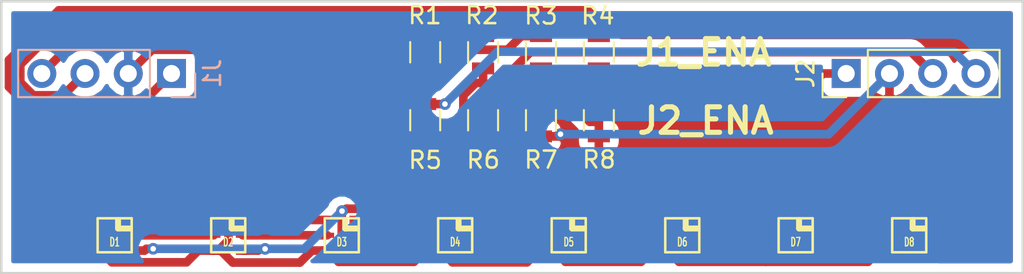
<source format=kicad_pcb>
(kicad_pcb (version 4) (host pcbnew 4.0.6)

  (general
    (links 44)
    (no_connects 0)
    (area 99.924999 99.924999 160.075001 116.075001)
    (thickness 1.6)
    (drawings 6)
    (tracks 175)
    (zones 0)
    (modules 18)
    (nets 29)
  )

  (page A4)
  (layers
    (0 F.Cu signal)
    (31 B.Cu signal)
    (34 B.Paste user)
    (35 F.Paste user)
    (36 B.SilkS user)
    (37 F.SilkS user)
    (38 B.Mask user)
    (39 F.Mask user)
    (44 Edge.Cuts user)
  )

  (setup
    (last_trace_width 0.508)
    (user_trace_width 0.1524)
    (user_trace_width 0.508)
    (trace_clearance 0.1524)
    (zone_clearance 0.508)
    (zone_45_only no)
    (trace_min 0.1524)
    (segment_width 0.2)
    (edge_width 0.15)
    (via_size 0.6858)
    (via_drill 0.3302)
    (via_min_size 0.6858)
    (via_min_drill 0.3302)
    (uvia_size 0.6858)
    (uvia_drill 0.3302)
    (uvias_allowed no)
    (uvia_min_size 0)
    (uvia_min_drill 0)
    (pcb_text_width 0.3)
    (pcb_text_size 1.5 1.5)
    (mod_edge_width 0.15)
    (mod_text_size 1 1)
    (mod_text_width 0.15)
    (pad_size 1.7 1.7)
    (pad_drill 1)
    (pad_to_mask_clearance 0.0508)
    (aux_axis_origin 0 0)
    (visible_elements FFFFFF7F)
    (pcbplotparams
      (layerselection 0x00030_80000001)
      (usegerberextensions false)
      (excludeedgelayer true)
      (linewidth 0.100000)
      (plotframeref false)
      (viasonmask false)
      (mode 1)
      (useauxorigin false)
      (hpglpennumber 1)
      (hpglpenspeed 20)
      (hpglpendiameter 15)
      (hpglpenoverlay 2)
      (psnegative false)
      (psa4output false)
      (plotreference true)
      (plotvalue true)
      (plotinvisibletext false)
      (padsonsilk false)
      (subtractmaskfromsilk false)
      (outputformat 1)
      (mirror false)
      (drillshape 1)
      (scaleselection 1)
      (outputdirectory ""))
  )

  (net 0 "")
  (net 1 "Net-(D1-Pad2)")
  (net 2 "Net-(D1-Pad3)")
  (net 3 "Net-(D1-Pad4)")
  (net 4 "Net-(D1-Pad5)")
  (net 5 "Net-(D1-Pad6)")
  (net 6 "Net-(D1-Pad1)")
  (net 7 "Net-(D2-Pad6)")
  (net 8 "Net-(D2-Pad1)")
  (net 9 "Net-(D3-Pad6)")
  (net 10 "Net-(D3-Pad1)")
  (net 11 "Net-(D4-Pad6)")
  (net 12 "Net-(D4-Pad1)")
  (net 13 "Net-(D5-Pad6)")
  (net 14 "Net-(D5-Pad1)")
  (net 15 "Net-(D6-Pad6)")
  (net 16 "Net-(D6-Pad1)")
  (net 17 "Net-(D7-Pad6)")
  (net 18 "Net-(D7-Pad1)")
  (net 19 "Net-(D8-Pad6)")
  (net 20 "Net-(D8-Pad1)")
  (net 21 "Net-(J1-Pad1)")
  (net 22 "Net-(J1-Pad2)")
  (net 23 "Net-(J1-Pad3)")
  (net 24 "Net-(J1-Pad4)")
  (net 25 "Net-(J2-Pad1)")
  (net 26 "Net-(J2-Pad2)")
  (net 27 "Net-(J2-Pad3)")
  (net 28 "Net-(J2-Pad4)")

  (net_class Default "This is the default net class."
    (clearance 0.1524)
    (trace_width 0.508)
    (via_dia 0.6858)
    (via_drill 0.3302)
    (uvia_dia 0.6858)
    (uvia_drill 0.3302)
    (add_net "Net-(D1-Pad1)")
    (add_net "Net-(D1-Pad2)")
    (add_net "Net-(D1-Pad3)")
    (add_net "Net-(D1-Pad4)")
    (add_net "Net-(D1-Pad5)")
    (add_net "Net-(D1-Pad6)")
    (add_net "Net-(D2-Pad1)")
    (add_net "Net-(D2-Pad6)")
    (add_net "Net-(D3-Pad1)")
    (add_net "Net-(D3-Pad6)")
    (add_net "Net-(D4-Pad1)")
    (add_net "Net-(D4-Pad6)")
    (add_net "Net-(D5-Pad1)")
    (add_net "Net-(D5-Pad6)")
    (add_net "Net-(D6-Pad1)")
    (add_net "Net-(D6-Pad6)")
    (add_net "Net-(D7-Pad1)")
    (add_net "Net-(D7-Pad6)")
    (add_net "Net-(D8-Pad1)")
    (add_net "Net-(D8-Pad6)")
    (add_net "Net-(J1-Pad1)")
    (add_net "Net-(J1-Pad2)")
    (add_net "Net-(J1-Pad3)")
    (add_net "Net-(J1-Pad4)")
    (add_net "Net-(J2-Pad1)")
    (add_net "Net-(J2-Pad2)")
    (add_net "Net-(J2-Pad3)")
    (add_net "Net-(J2-Pad4)")
  )

  (module gsg-modules:APA102-2020 (layer F.Cu) (tedit 5A277708) (tstamp 5D09A341)
    (at 106.66 113.77)
    (path /5D03FE50)
    (fp_text reference D1 (at 0 0.4) (layer F.SilkS)
      (effects (font (size 0.50038 0.29972) (thickness 0.07493)))
    )
    (fp_text value APA102 (at 0 0.4) (layer F.SilkS) hide
      (effects (font (size 0.50038 0.29972) (thickness 0.0762)))
    )
    (fp_line (start 0.9 -0.4) (end 0.2 -0.4) (layer F.SilkS) (width 0.35))
    (fp_line (start 0.2 -0.4) (end 0.2 -0.9) (layer F.SilkS) (width 0.35))
    (fp_line (start -1 -1) (end 1 -1) (layer F.SilkS) (width 0.15))
    (fp_line (start 1 -1) (end 1 1) (layer F.SilkS) (width 0.15))
    (fp_line (start 1 1) (end -1 1) (layer F.SilkS) (width 0.15))
    (fp_line (start -1 1) (end -1 -1) (layer F.SilkS) (width 0.15))
    (pad 2 smd rect (at -0.85 -0.9) (size 0.8 0.5) (layers F.Cu F.Paste F.Mask)
      (net 1 "Net-(D1-Pad2)"))
    (pad 3 smd rect (at -0.85 0) (size 0.8 0.3) (layers F.Cu F.Paste F.Mask)
      (net 2 "Net-(D1-Pad3)"))
    (pad 4 smd rect (at -0.85 0.9) (size 0.8 0.5) (layers F.Cu F.Paste F.Mask)
      (net 3 "Net-(D1-Pad4)"))
    (pad 5 smd rect (at 0.85 0.9) (size 0.8 0.5) (layers F.Cu F.Paste F.Mask)
      (net 4 "Net-(D1-Pad5)"))
    (pad 6 smd rect (at 0.85 0) (size 0.8 0.3) (layers F.Cu F.Paste F.Mask)
      (net 5 "Net-(D1-Pad6)"))
    (pad 1 smd rect (at 0.85 -0.9) (size 0.8 0.5) (layers F.Cu F.Paste F.Mask)
      (net 6 "Net-(D1-Pad1)"))
  )

  (module gsg-modules:APA102-2020 (layer F.Cu) (tedit 5A277708) (tstamp 5D09A34B)
    (at 113.33 113.77)
    (path /5D03FEF6)
    (fp_text reference D2 (at 0 0.4) (layer F.SilkS)
      (effects (font (size 0.50038 0.29972) (thickness 0.07493)))
    )
    (fp_text value APA102 (at 0 0.4) (layer F.SilkS) hide
      (effects (font (size 0.50038 0.29972) (thickness 0.0762)))
    )
    (fp_line (start 0.9 -0.4) (end 0.2 -0.4) (layer F.SilkS) (width 0.35))
    (fp_line (start 0.2 -0.4) (end 0.2 -0.9) (layer F.SilkS) (width 0.35))
    (fp_line (start -1 -1) (end 1 -1) (layer F.SilkS) (width 0.15))
    (fp_line (start 1 -1) (end 1 1) (layer F.SilkS) (width 0.15))
    (fp_line (start 1 1) (end -1 1) (layer F.SilkS) (width 0.15))
    (fp_line (start -1 1) (end -1 -1) (layer F.SilkS) (width 0.15))
    (pad 2 smd rect (at -0.85 -0.9) (size 0.8 0.5) (layers F.Cu F.Paste F.Mask)
      (net 6 "Net-(D1-Pad1)"))
    (pad 3 smd rect (at -0.85 0) (size 0.8 0.3) (layers F.Cu F.Paste F.Mask)
      (net 5 "Net-(D1-Pad6)"))
    (pad 4 smd rect (at -0.85 0.9) (size 0.8 0.5) (layers F.Cu F.Paste F.Mask)
      (net 3 "Net-(D1-Pad4)"))
    (pad 5 smd rect (at 0.85 0.9) (size 0.8 0.5) (layers F.Cu F.Paste F.Mask)
      (net 4 "Net-(D1-Pad5)"))
    (pad 6 smd rect (at 0.85 0) (size 0.8 0.3) (layers F.Cu F.Paste F.Mask)
      (net 7 "Net-(D2-Pad6)"))
    (pad 1 smd rect (at 0.85 -0.9) (size 0.8 0.5) (layers F.Cu F.Paste F.Mask)
      (net 8 "Net-(D2-Pad1)"))
  )

  (module gsg-modules:APA102-2020 (layer F.Cu) (tedit 5A277708) (tstamp 5D09A355)
    (at 120 113.77)
    (path /5D03FF92)
    (fp_text reference D3 (at 0 0.4) (layer F.SilkS)
      (effects (font (size 0.50038 0.29972) (thickness 0.07493)))
    )
    (fp_text value APA102 (at 0 0.4) (layer F.SilkS) hide
      (effects (font (size 0.50038 0.29972) (thickness 0.0762)))
    )
    (fp_line (start 0.9 -0.4) (end 0.2 -0.4) (layer F.SilkS) (width 0.35))
    (fp_line (start 0.2 -0.4) (end 0.2 -0.9) (layer F.SilkS) (width 0.35))
    (fp_line (start -1 -1) (end 1 -1) (layer F.SilkS) (width 0.15))
    (fp_line (start 1 -1) (end 1 1) (layer F.SilkS) (width 0.15))
    (fp_line (start 1 1) (end -1 1) (layer F.SilkS) (width 0.15))
    (fp_line (start -1 1) (end -1 -1) (layer F.SilkS) (width 0.15))
    (pad 2 smd rect (at -0.85 -0.9) (size 0.8 0.5) (layers F.Cu F.Paste F.Mask)
      (net 8 "Net-(D2-Pad1)"))
    (pad 3 smd rect (at -0.85 0) (size 0.8 0.3) (layers F.Cu F.Paste F.Mask)
      (net 7 "Net-(D2-Pad6)"))
    (pad 4 smd rect (at -0.85 0.9) (size 0.8 0.5) (layers F.Cu F.Paste F.Mask)
      (net 3 "Net-(D1-Pad4)"))
    (pad 5 smd rect (at 0.85 0.9) (size 0.8 0.5) (layers F.Cu F.Paste F.Mask)
      (net 4 "Net-(D1-Pad5)"))
    (pad 6 smd rect (at 0.85 0) (size 0.8 0.3) (layers F.Cu F.Paste F.Mask)
      (net 9 "Net-(D3-Pad6)"))
    (pad 1 smd rect (at 0.85 -0.9) (size 0.8 0.5) (layers F.Cu F.Paste F.Mask)
      (net 10 "Net-(D3-Pad1)"))
  )

  (module gsg-modules:APA102-2020 (layer F.Cu) (tedit 5A277708) (tstamp 5D09A35F)
    (at 126.66 113.77)
    (path /5D03FFD1)
    (fp_text reference D4 (at 0 0.4) (layer F.SilkS)
      (effects (font (size 0.50038 0.29972) (thickness 0.07493)))
    )
    (fp_text value APA102 (at 0 0.4) (layer F.SilkS) hide
      (effects (font (size 0.50038 0.29972) (thickness 0.0762)))
    )
    (fp_line (start 0.9 -0.4) (end 0.2 -0.4) (layer F.SilkS) (width 0.35))
    (fp_line (start 0.2 -0.4) (end 0.2 -0.9) (layer F.SilkS) (width 0.35))
    (fp_line (start -1 -1) (end 1 -1) (layer F.SilkS) (width 0.15))
    (fp_line (start 1 -1) (end 1 1) (layer F.SilkS) (width 0.15))
    (fp_line (start 1 1) (end -1 1) (layer F.SilkS) (width 0.15))
    (fp_line (start -1 1) (end -1 -1) (layer F.SilkS) (width 0.15))
    (pad 2 smd rect (at -0.85 -0.9) (size 0.8 0.5) (layers F.Cu F.Paste F.Mask)
      (net 10 "Net-(D3-Pad1)"))
    (pad 3 smd rect (at -0.85 0) (size 0.8 0.3) (layers F.Cu F.Paste F.Mask)
      (net 9 "Net-(D3-Pad6)"))
    (pad 4 smd rect (at -0.85 0.9) (size 0.8 0.5) (layers F.Cu F.Paste F.Mask)
      (net 3 "Net-(D1-Pad4)"))
    (pad 5 smd rect (at 0.85 0.9) (size 0.8 0.5) (layers F.Cu F.Paste F.Mask)
      (net 4 "Net-(D1-Pad5)"))
    (pad 6 smd rect (at 0.85 0) (size 0.8 0.3) (layers F.Cu F.Paste F.Mask)
      (net 11 "Net-(D4-Pad6)"))
    (pad 1 smd rect (at 0.85 -0.9) (size 0.8 0.5) (layers F.Cu F.Paste F.Mask)
      (net 12 "Net-(D4-Pad1)"))
  )

  (module gsg-modules:APA102-2020 (layer F.Cu) (tedit 5A277708) (tstamp 5D09A369)
    (at 133.33 113.77)
    (path /5D09A956)
    (fp_text reference D5 (at 0 0.4) (layer F.SilkS)
      (effects (font (size 0.50038 0.29972) (thickness 0.07493)))
    )
    (fp_text value APA102 (at 0 0.4) (layer F.SilkS) hide
      (effects (font (size 0.50038 0.29972) (thickness 0.0762)))
    )
    (fp_line (start 0.9 -0.4) (end 0.2 -0.4) (layer F.SilkS) (width 0.35))
    (fp_line (start 0.2 -0.4) (end 0.2 -0.9) (layer F.SilkS) (width 0.35))
    (fp_line (start -1 -1) (end 1 -1) (layer F.SilkS) (width 0.15))
    (fp_line (start 1 -1) (end 1 1) (layer F.SilkS) (width 0.15))
    (fp_line (start 1 1) (end -1 1) (layer F.SilkS) (width 0.15))
    (fp_line (start -1 1) (end -1 -1) (layer F.SilkS) (width 0.15))
    (pad 2 smd rect (at -0.85 -0.9) (size 0.8 0.5) (layers F.Cu F.Paste F.Mask)
      (net 12 "Net-(D4-Pad1)"))
    (pad 3 smd rect (at -0.85 0) (size 0.8 0.3) (layers F.Cu F.Paste F.Mask)
      (net 11 "Net-(D4-Pad6)"))
    (pad 4 smd rect (at -0.85 0.9) (size 0.8 0.5) (layers F.Cu F.Paste F.Mask)
      (net 3 "Net-(D1-Pad4)"))
    (pad 5 smd rect (at 0.85 0.9) (size 0.8 0.5) (layers F.Cu F.Paste F.Mask)
      (net 4 "Net-(D1-Pad5)"))
    (pad 6 smd rect (at 0.85 0) (size 0.8 0.3) (layers F.Cu F.Paste F.Mask)
      (net 13 "Net-(D5-Pad6)"))
    (pad 1 smd rect (at 0.85 -0.9) (size 0.8 0.5) (layers F.Cu F.Paste F.Mask)
      (net 14 "Net-(D5-Pad1)"))
  )

  (module gsg-modules:APA102-2020 (layer F.Cu) (tedit 5A277708) (tstamp 5D09A373)
    (at 140 113.77)
    (path /5D09A95C)
    (fp_text reference D6 (at 0 0.4) (layer F.SilkS)
      (effects (font (size 0.50038 0.29972) (thickness 0.07493)))
    )
    (fp_text value APA102 (at 0 0.4) (layer F.SilkS) hide
      (effects (font (size 0.50038 0.29972) (thickness 0.0762)))
    )
    (fp_line (start 0.9 -0.4) (end 0.2 -0.4) (layer F.SilkS) (width 0.35))
    (fp_line (start 0.2 -0.4) (end 0.2 -0.9) (layer F.SilkS) (width 0.35))
    (fp_line (start -1 -1) (end 1 -1) (layer F.SilkS) (width 0.15))
    (fp_line (start 1 -1) (end 1 1) (layer F.SilkS) (width 0.15))
    (fp_line (start 1 1) (end -1 1) (layer F.SilkS) (width 0.15))
    (fp_line (start -1 1) (end -1 -1) (layer F.SilkS) (width 0.15))
    (pad 2 smd rect (at -0.85 -0.9) (size 0.8 0.5) (layers F.Cu F.Paste F.Mask)
      (net 14 "Net-(D5-Pad1)"))
    (pad 3 smd rect (at -0.85 0) (size 0.8 0.3) (layers F.Cu F.Paste F.Mask)
      (net 13 "Net-(D5-Pad6)"))
    (pad 4 smd rect (at -0.85 0.9) (size 0.8 0.5) (layers F.Cu F.Paste F.Mask)
      (net 3 "Net-(D1-Pad4)"))
    (pad 5 smd rect (at 0.85 0.9) (size 0.8 0.5) (layers F.Cu F.Paste F.Mask)
      (net 4 "Net-(D1-Pad5)"))
    (pad 6 smd rect (at 0.85 0) (size 0.8 0.3) (layers F.Cu F.Paste F.Mask)
      (net 15 "Net-(D6-Pad6)"))
    (pad 1 smd rect (at 0.85 -0.9) (size 0.8 0.5) (layers F.Cu F.Paste F.Mask)
      (net 16 "Net-(D6-Pad1)"))
  )

  (module gsg-modules:APA102-2020 (layer F.Cu) (tedit 5A277708) (tstamp 5D09A37D)
    (at 146.66 113.77)
    (path /5D09A962)
    (fp_text reference D7 (at 0 0.4) (layer F.SilkS)
      (effects (font (size 0.50038 0.29972) (thickness 0.07493)))
    )
    (fp_text value APA102 (at 0 0.4) (layer F.SilkS) hide
      (effects (font (size 0.50038 0.29972) (thickness 0.0762)))
    )
    (fp_line (start 0.9 -0.4) (end 0.2 -0.4) (layer F.SilkS) (width 0.35))
    (fp_line (start 0.2 -0.4) (end 0.2 -0.9) (layer F.SilkS) (width 0.35))
    (fp_line (start -1 -1) (end 1 -1) (layer F.SilkS) (width 0.15))
    (fp_line (start 1 -1) (end 1 1) (layer F.SilkS) (width 0.15))
    (fp_line (start 1 1) (end -1 1) (layer F.SilkS) (width 0.15))
    (fp_line (start -1 1) (end -1 -1) (layer F.SilkS) (width 0.15))
    (pad 2 smd rect (at -0.85 -0.9) (size 0.8 0.5) (layers F.Cu F.Paste F.Mask)
      (net 16 "Net-(D6-Pad1)"))
    (pad 3 smd rect (at -0.85 0) (size 0.8 0.3) (layers F.Cu F.Paste F.Mask)
      (net 15 "Net-(D6-Pad6)"))
    (pad 4 smd rect (at -0.85 0.9) (size 0.8 0.5) (layers F.Cu F.Paste F.Mask)
      (net 3 "Net-(D1-Pad4)"))
    (pad 5 smd rect (at 0.85 0.9) (size 0.8 0.5) (layers F.Cu F.Paste F.Mask)
      (net 4 "Net-(D1-Pad5)"))
    (pad 6 smd rect (at 0.85 0) (size 0.8 0.3) (layers F.Cu F.Paste F.Mask)
      (net 17 "Net-(D7-Pad6)"))
    (pad 1 smd rect (at 0.85 -0.9) (size 0.8 0.5) (layers F.Cu F.Paste F.Mask)
      (net 18 "Net-(D7-Pad1)"))
  )

  (module gsg-modules:APA102-2020 (layer F.Cu) (tedit 5A277708) (tstamp 5D09A387)
    (at 153.33 113.77)
    (path /5D09A968)
    (fp_text reference D8 (at 0 0.4) (layer F.SilkS)
      (effects (font (size 0.50038 0.29972) (thickness 0.07493)))
    )
    (fp_text value APA102 (at 0 0.4) (layer F.SilkS) hide
      (effects (font (size 0.50038 0.29972) (thickness 0.0762)))
    )
    (fp_line (start 0.9 -0.4) (end 0.2 -0.4) (layer F.SilkS) (width 0.35))
    (fp_line (start 0.2 -0.4) (end 0.2 -0.9) (layer F.SilkS) (width 0.35))
    (fp_line (start -1 -1) (end 1 -1) (layer F.SilkS) (width 0.15))
    (fp_line (start 1 -1) (end 1 1) (layer F.SilkS) (width 0.15))
    (fp_line (start 1 1) (end -1 1) (layer F.SilkS) (width 0.15))
    (fp_line (start -1 1) (end -1 -1) (layer F.SilkS) (width 0.15))
    (pad 2 smd rect (at -0.85 -0.9) (size 0.8 0.5) (layers F.Cu F.Paste F.Mask)
      (net 18 "Net-(D7-Pad1)"))
    (pad 3 smd rect (at -0.85 0) (size 0.8 0.3) (layers F.Cu F.Paste F.Mask)
      (net 17 "Net-(D7-Pad6)"))
    (pad 4 smd rect (at -0.85 0.9) (size 0.8 0.5) (layers F.Cu F.Paste F.Mask)
      (net 3 "Net-(D1-Pad4)"))
    (pad 5 smd rect (at 0.85 0.9) (size 0.8 0.5) (layers F.Cu F.Paste F.Mask)
      (net 4 "Net-(D1-Pad5)"))
    (pad 6 smd rect (at 0.85 0) (size 0.8 0.3) (layers F.Cu F.Paste F.Mask)
      (net 19 "Net-(D8-Pad6)"))
    (pad 1 smd rect (at 0.85 -0.9) (size 0.8 0.5) (layers F.Cu F.Paste F.Mask)
      (net 20 "Net-(D8-Pad1)"))
  )

  (module Pin_Headers:Pin_Header_Straight_1x04_Pitch2.54mm (layer B.Cu) (tedit 5862ED52) (tstamp 5D09A38F)
    (at 110 104.25 90)
    (descr "Through hole straight pin header, 1x04, 2.54mm pitch, single row")
    (tags "Through hole pin header THT 1x04 2.54mm single row")
    (path /5D04557D)
    (fp_text reference J1 (at 0 2.39 90) (layer B.SilkS)
      (effects (font (size 1 1) (thickness 0.15)) (justify mirror))
    )
    (fp_text value CONN_01X04 (at 0 -10.01 90) (layer B.Fab)
      (effects (font (size 1 1) (thickness 0.15)) (justify mirror))
    )
    (fp_line (start -1.27 1.27) (end -1.27 -8.89) (layer B.Fab) (width 0.1))
    (fp_line (start -1.27 -8.89) (end 1.27 -8.89) (layer B.Fab) (width 0.1))
    (fp_line (start 1.27 -8.89) (end 1.27 1.27) (layer B.Fab) (width 0.1))
    (fp_line (start 1.27 1.27) (end -1.27 1.27) (layer B.Fab) (width 0.1))
    (fp_line (start -1.39 -1.27) (end -1.39 -9.01) (layer B.SilkS) (width 0.12))
    (fp_line (start -1.39 -9.01) (end 1.39 -9.01) (layer B.SilkS) (width 0.12))
    (fp_line (start 1.39 -9.01) (end 1.39 -1.27) (layer B.SilkS) (width 0.12))
    (fp_line (start 1.39 -1.27) (end -1.39 -1.27) (layer B.SilkS) (width 0.12))
    (fp_line (start -1.39 0) (end -1.39 1.39) (layer B.SilkS) (width 0.12))
    (fp_line (start -1.39 1.39) (end 0 1.39) (layer B.SilkS) (width 0.12))
    (fp_line (start -1.6 1.6) (end -1.6 -9.2) (layer B.CrtYd) (width 0.05))
    (fp_line (start -1.6 -9.2) (end 1.6 -9.2) (layer B.CrtYd) (width 0.05))
    (fp_line (start 1.6 -9.2) (end 1.6 1.6) (layer B.CrtYd) (width 0.05))
    (fp_line (start 1.6 1.6) (end -1.6 1.6) (layer B.CrtYd) (width 0.05))
    (pad 1 thru_hole rect (at 0 0 90) (size 1.7 1.7) (drill 1) (layers *.Cu *.Mask)
      (net 21 "Net-(J1-Pad1)"))
    (pad 2 thru_hole oval (at 0 -2.54 90) (size 1.7 1.7) (drill 1) (layers *.Cu *.Mask)
      (net 22 "Net-(J1-Pad2)"))
    (pad 3 thru_hole oval (at 0 -5.08 90) (size 1.7 1.7) (drill 1) (layers *.Cu *.Mask)
      (net 23 "Net-(J1-Pad3)"))
    (pad 4 thru_hole oval (at 0 -7.62 90) (size 1.7 1.7) (drill 1) (layers *.Cu *.Mask)
      (net 24 "Net-(J1-Pad4)"))
    (model Pin_Headers.3dshapes/Pin_Header_Straight_1x04_Pitch2.54mm.wrl
      (at (xyz 0 -0.15 0))
      (scale (xyz 1 1 1))
      (rotate (xyz 0 0 90))
    )
  )

  (module Pin_Headers:Pin_Header_Straight_1x04_Pitch2.54mm (layer F.Cu) (tedit 5862ED52) (tstamp 5D09A397)
    (at 149.63 104.25 90)
    (descr "Through hole straight pin header, 1x04, 2.54mm pitch, single row")
    (tags "Through hole pin header THT 1x04 2.54mm single row")
    (path /5D040372)
    (fp_text reference J2 (at 0 -2.39 90) (layer F.SilkS)
      (effects (font (size 1 1) (thickness 0.15)))
    )
    (fp_text value CONN_01X04 (at 0 10.01 90) (layer F.Fab)
      (effects (font (size 1 1) (thickness 0.15)))
    )
    (fp_line (start -1.27 -1.27) (end -1.27 8.89) (layer F.Fab) (width 0.1))
    (fp_line (start -1.27 8.89) (end 1.27 8.89) (layer F.Fab) (width 0.1))
    (fp_line (start 1.27 8.89) (end 1.27 -1.27) (layer F.Fab) (width 0.1))
    (fp_line (start 1.27 -1.27) (end -1.27 -1.27) (layer F.Fab) (width 0.1))
    (fp_line (start -1.39 1.27) (end -1.39 9.01) (layer F.SilkS) (width 0.12))
    (fp_line (start -1.39 9.01) (end 1.39 9.01) (layer F.SilkS) (width 0.12))
    (fp_line (start 1.39 9.01) (end 1.39 1.27) (layer F.SilkS) (width 0.12))
    (fp_line (start 1.39 1.27) (end -1.39 1.27) (layer F.SilkS) (width 0.12))
    (fp_line (start -1.39 0) (end -1.39 -1.39) (layer F.SilkS) (width 0.12))
    (fp_line (start -1.39 -1.39) (end 0 -1.39) (layer F.SilkS) (width 0.12))
    (fp_line (start -1.6 -1.6) (end -1.6 9.2) (layer F.CrtYd) (width 0.05))
    (fp_line (start -1.6 9.2) (end 1.6 9.2) (layer F.CrtYd) (width 0.05))
    (fp_line (start 1.6 9.2) (end 1.6 -1.6) (layer F.CrtYd) (width 0.05))
    (fp_line (start 1.6 -1.6) (end -1.6 -1.6) (layer F.CrtYd) (width 0.05))
    (pad 1 thru_hole rect (at 0 0 90) (size 1.7 1.7) (drill 1) (layers *.Cu *.Mask)
      (net 25 "Net-(J2-Pad1)"))
    (pad 2 thru_hole oval (at 0 2.54 90) (size 1.7 1.7) (drill 1) (layers *.Cu *.Mask)
      (net 26 "Net-(J2-Pad2)"))
    (pad 3 thru_hole oval (at 0 5.08 90) (size 1.7 1.7) (drill 1) (layers *.Cu *.Mask)
      (net 27 "Net-(J2-Pad3)"))
    (pad 4 thru_hole oval (at 0 7.62 90) (size 1.7 1.7) (drill 1) (layers *.Cu *.Mask)
      (net 28 "Net-(J2-Pad4)"))
    (model Pin_Headers.3dshapes/Pin_Header_Straight_1x04_Pitch2.54mm.wrl
      (at (xyz 0 -0.15 0))
      (scale (xyz 1 1 1))
      (rotate (xyz 0 0 90))
    )
  )

  (module Resistors_SMD:R_0805 (layer F.Cu) (tedit 5D09B323) (tstamp 5D09A39D)
    (at 124.9 103 90)
    (descr "Resistor SMD 0805, reflow soldering, Vishay (see dcrcw.pdf)")
    (tags "resistor 0805")
    (path /5D09E4B9)
    (attr smd)
    (fp_text reference R1 (at 2.17 -0.02 180) (layer F.SilkS)
      (effects (font (size 1 1) (thickness 0.15)))
    )
    (fp_text value 0 (at 0 1.75 90) (layer F.Fab)
      (effects (font (size 1 1) (thickness 0.15)))
    )
    (fp_text user %R (at 0 -1.65 90) (layer F.Fab)
      (effects (font (size 1 1) (thickness 0.15)))
    )
    (fp_line (start -1 0.62) (end -1 -0.62) (layer F.Fab) (width 0.1))
    (fp_line (start 1 0.62) (end -1 0.62) (layer F.Fab) (width 0.1))
    (fp_line (start 1 -0.62) (end 1 0.62) (layer F.Fab) (width 0.1))
    (fp_line (start -1 -0.62) (end 1 -0.62) (layer F.Fab) (width 0.1))
    (fp_line (start 0.6 0.88) (end -0.6 0.88) (layer F.SilkS) (width 0.12))
    (fp_line (start -0.6 -0.88) (end 0.6 -0.88) (layer F.SilkS) (width 0.12))
    (fp_line (start -1.55 -0.9) (end 1.55 -0.9) (layer F.CrtYd) (width 0.05))
    (fp_line (start -1.55 -0.9) (end -1.55 0.9) (layer F.CrtYd) (width 0.05))
    (fp_line (start 1.55 0.9) (end 1.55 -0.9) (layer F.CrtYd) (width 0.05))
    (fp_line (start 1.55 0.9) (end -1.55 0.9) (layer F.CrtYd) (width 0.05))
    (pad 1 smd rect (at -0.95 0 90) (size 0.7 1.3) (layers F.Cu F.Paste F.Mask)
      (net 1 "Net-(D1-Pad2)"))
    (pad 2 smd rect (at 0.95 0 90) (size 0.7 1.3) (layers F.Cu F.Paste F.Mask)
      (net 24 "Net-(J1-Pad4)"))
    (model Resistors_SMD.3dshapes/R_0805.wrl
      (at (xyz 0 0 0))
      (scale (xyz 1 1 1))
      (rotate (xyz 0 0 0))
    )
  )

  (module Resistors_SMD:R_0805 (layer F.Cu) (tedit 5D09B32D) (tstamp 5D09A3A3)
    (at 128.3 103 90)
    (descr "Resistor SMD 0805, reflow soldering, Vishay (see dcrcw.pdf)")
    (tags "resistor 0805")
    (path /5D09E4BF)
    (attr smd)
    (fp_text reference R2 (at 2.17 -0.07 180) (layer F.SilkS)
      (effects (font (size 1 1) (thickness 0.15)))
    )
    (fp_text value 0 (at 0 1.75 90) (layer F.Fab)
      (effects (font (size 1 1) (thickness 0.15)))
    )
    (fp_text user %R (at 0 -1.65 90) (layer F.Fab)
      (effects (font (size 1 1) (thickness 0.15)))
    )
    (fp_line (start -1 0.62) (end -1 -0.62) (layer F.Fab) (width 0.1))
    (fp_line (start 1 0.62) (end -1 0.62) (layer F.Fab) (width 0.1))
    (fp_line (start 1 -0.62) (end 1 0.62) (layer F.Fab) (width 0.1))
    (fp_line (start -1 -0.62) (end 1 -0.62) (layer F.Fab) (width 0.1))
    (fp_line (start 0.6 0.88) (end -0.6 0.88) (layer F.SilkS) (width 0.12))
    (fp_line (start -0.6 -0.88) (end 0.6 -0.88) (layer F.SilkS) (width 0.12))
    (fp_line (start -1.55 -0.9) (end 1.55 -0.9) (layer F.CrtYd) (width 0.05))
    (fp_line (start -1.55 -0.9) (end -1.55 0.9) (layer F.CrtYd) (width 0.05))
    (fp_line (start 1.55 0.9) (end 1.55 -0.9) (layer F.CrtYd) (width 0.05))
    (fp_line (start 1.55 0.9) (end -1.55 0.9) (layer F.CrtYd) (width 0.05))
    (pad 1 smd rect (at -0.95 0 90) (size 0.7 1.3) (layers F.Cu F.Paste F.Mask)
      (net 2 "Net-(D1-Pad3)"))
    (pad 2 smd rect (at 0.95 0 90) (size 0.7 1.3) (layers F.Cu F.Paste F.Mask)
      (net 23 "Net-(J1-Pad3)"))
    (model Resistors_SMD.3dshapes/R_0805.wrl
      (at (xyz 0 0 0))
      (scale (xyz 1 1 1))
      (rotate (xyz 0 0 0))
    )
  )

  (module Resistors_SMD:R_0805 (layer F.Cu) (tedit 5D09B336) (tstamp 5D09A3A9)
    (at 131.7 103 90)
    (descr "Resistor SMD 0805, reflow soldering, Vishay (see dcrcw.pdf)")
    (tags "resistor 0805")
    (path /5D09EC8C)
    (attr smd)
    (fp_text reference R3 (at 2.15 0 180) (layer F.SilkS)
      (effects (font (size 1 1) (thickness 0.15)))
    )
    (fp_text value 0 (at 0 1.75 90) (layer F.Fab)
      (effects (font (size 1 1) (thickness 0.15)))
    )
    (fp_text user %R (at 0 -1.65 90) (layer F.Fab)
      (effects (font (size 1 1) (thickness 0.15)))
    )
    (fp_line (start -1 0.62) (end -1 -0.62) (layer F.Fab) (width 0.1))
    (fp_line (start 1 0.62) (end -1 0.62) (layer F.Fab) (width 0.1))
    (fp_line (start 1 -0.62) (end 1 0.62) (layer F.Fab) (width 0.1))
    (fp_line (start -1 -0.62) (end 1 -0.62) (layer F.Fab) (width 0.1))
    (fp_line (start 0.6 0.88) (end -0.6 0.88) (layer F.SilkS) (width 0.12))
    (fp_line (start -0.6 -0.88) (end 0.6 -0.88) (layer F.SilkS) (width 0.12))
    (fp_line (start -1.55 -0.9) (end 1.55 -0.9) (layer F.CrtYd) (width 0.05))
    (fp_line (start -1.55 -0.9) (end -1.55 0.9) (layer F.CrtYd) (width 0.05))
    (fp_line (start 1.55 0.9) (end 1.55 -0.9) (layer F.CrtYd) (width 0.05))
    (fp_line (start 1.55 0.9) (end -1.55 0.9) (layer F.CrtYd) (width 0.05))
    (pad 1 smd rect (at -0.95 0 90) (size 0.7 1.3) (layers F.Cu F.Paste F.Mask)
      (net 3 "Net-(D1-Pad4)"))
    (pad 2 smd rect (at 0.95 0 90) (size 0.7 1.3) (layers F.Cu F.Paste F.Mask)
      (net 22 "Net-(J1-Pad2)"))
    (model Resistors_SMD.3dshapes/R_0805.wrl
      (at (xyz 0 0 0))
      (scale (xyz 1 1 1))
      (rotate (xyz 0 0 0))
    )
  )

  (module Resistors_SMD:R_0805 (layer F.Cu) (tedit 5D09B33D) (tstamp 5D09A3AF)
    (at 135.1 103 90)
    (descr "Resistor SMD 0805, reflow soldering, Vishay (see dcrcw.pdf)")
    (tags "resistor 0805")
    (path /5D09EBFC)
    (attr smd)
    (fp_text reference R4 (at 2.15 -0.06 180) (layer F.SilkS)
      (effects (font (size 1 1) (thickness 0.15)))
    )
    (fp_text value 0 (at 0 1.75 90) (layer F.Fab)
      (effects (font (size 1 1) (thickness 0.15)))
    )
    (fp_text user %R (at 0 -1.65 90) (layer F.Fab)
      (effects (font (size 1 1) (thickness 0.15)))
    )
    (fp_line (start -1 0.62) (end -1 -0.62) (layer F.Fab) (width 0.1))
    (fp_line (start 1 0.62) (end -1 0.62) (layer F.Fab) (width 0.1))
    (fp_line (start 1 -0.62) (end 1 0.62) (layer F.Fab) (width 0.1))
    (fp_line (start -1 -0.62) (end 1 -0.62) (layer F.Fab) (width 0.1))
    (fp_line (start 0.6 0.88) (end -0.6 0.88) (layer F.SilkS) (width 0.12))
    (fp_line (start -0.6 -0.88) (end 0.6 -0.88) (layer F.SilkS) (width 0.12))
    (fp_line (start -1.55 -0.9) (end 1.55 -0.9) (layer F.CrtYd) (width 0.05))
    (fp_line (start -1.55 -0.9) (end -1.55 0.9) (layer F.CrtYd) (width 0.05))
    (fp_line (start 1.55 0.9) (end 1.55 -0.9) (layer F.CrtYd) (width 0.05))
    (fp_line (start 1.55 0.9) (end -1.55 0.9) (layer F.CrtYd) (width 0.05))
    (pad 1 smd rect (at -0.95 0 90) (size 0.7 1.3) (layers F.Cu F.Paste F.Mask)
      (net 4 "Net-(D1-Pad5)"))
    (pad 2 smd rect (at 0.95 0 90) (size 0.7 1.3) (layers F.Cu F.Paste F.Mask)
      (net 21 "Net-(J1-Pad1)"))
    (model Resistors_SMD.3dshapes/R_0805.wrl
      (at (xyz 0 0 0))
      (scale (xyz 1 1 1))
      (rotate (xyz 0 0 0))
    )
  )

  (module Resistors_SMD:R_0805 (layer F.Cu) (tedit 5D09B345) (tstamp 5D09A3B5)
    (at 124.9 107 270)
    (descr "Resistor SMD 0805, reflow soldering, Vishay (see dcrcw.pdf)")
    (tags "resistor 0805")
    (path /5D09B3AC)
    (attr smd)
    (fp_text reference R5 (at 2.35 0 360) (layer F.SilkS)
      (effects (font (size 1 1) (thickness 0.15)))
    )
    (fp_text value 0 (at 0 1.75 270) (layer F.Fab)
      (effects (font (size 1 1) (thickness 0.15)))
    )
    (fp_text user %R (at 0 -1.65 270) (layer F.Fab)
      (effects (font (size 1 1) (thickness 0.15)))
    )
    (fp_line (start -1 0.62) (end -1 -0.62) (layer F.Fab) (width 0.1))
    (fp_line (start 1 0.62) (end -1 0.62) (layer F.Fab) (width 0.1))
    (fp_line (start 1 -0.62) (end 1 0.62) (layer F.Fab) (width 0.1))
    (fp_line (start -1 -0.62) (end 1 -0.62) (layer F.Fab) (width 0.1))
    (fp_line (start 0.6 0.88) (end -0.6 0.88) (layer F.SilkS) (width 0.12))
    (fp_line (start -0.6 -0.88) (end 0.6 -0.88) (layer F.SilkS) (width 0.12))
    (fp_line (start -1.55 -0.9) (end 1.55 -0.9) (layer F.CrtYd) (width 0.05))
    (fp_line (start -1.55 -0.9) (end -1.55 0.9) (layer F.CrtYd) (width 0.05))
    (fp_line (start 1.55 0.9) (end 1.55 -0.9) (layer F.CrtYd) (width 0.05))
    (fp_line (start 1.55 0.9) (end -1.55 0.9) (layer F.CrtYd) (width 0.05))
    (pad 1 smd rect (at -0.95 0 270) (size 0.7 1.3) (layers F.Cu F.Paste F.Mask)
      (net 28 "Net-(J2-Pad4)"))
    (pad 2 smd rect (at 0.95 0 270) (size 0.7 1.3) (layers F.Cu F.Paste F.Mask)
      (net 1 "Net-(D1-Pad2)"))
    (model Resistors_SMD.3dshapes/R_0805.wrl
      (at (xyz 0 0 0))
      (scale (xyz 1 1 1))
      (rotate (xyz 0 0 0))
    )
  )

  (module Resistors_SMD:R_0805 (layer F.Cu) (tedit 5D09B34E) (tstamp 5D09A3BB)
    (at 128.3 107 270)
    (descr "Resistor SMD 0805, reflow soldering, Vishay (see dcrcw.pdf)")
    (tags "resistor 0805")
    (path /5D09B557)
    (attr smd)
    (fp_text reference R6 (at 2.33 -0.01 360) (layer F.SilkS)
      (effects (font (size 1 1) (thickness 0.15)))
    )
    (fp_text value 0 (at 0 1.75 270) (layer F.Fab)
      (effects (font (size 1 1) (thickness 0.15)))
    )
    (fp_text user %R (at 0 -1.65 270) (layer F.Fab)
      (effects (font (size 1 1) (thickness 0.15)))
    )
    (fp_line (start -1 0.62) (end -1 -0.62) (layer F.Fab) (width 0.1))
    (fp_line (start 1 0.62) (end -1 0.62) (layer F.Fab) (width 0.1))
    (fp_line (start 1 -0.62) (end 1 0.62) (layer F.Fab) (width 0.1))
    (fp_line (start -1 -0.62) (end 1 -0.62) (layer F.Fab) (width 0.1))
    (fp_line (start 0.6 0.88) (end -0.6 0.88) (layer F.SilkS) (width 0.12))
    (fp_line (start -0.6 -0.88) (end 0.6 -0.88) (layer F.SilkS) (width 0.12))
    (fp_line (start -1.55 -0.9) (end 1.55 -0.9) (layer F.CrtYd) (width 0.05))
    (fp_line (start -1.55 -0.9) (end -1.55 0.9) (layer F.CrtYd) (width 0.05))
    (fp_line (start 1.55 0.9) (end 1.55 -0.9) (layer F.CrtYd) (width 0.05))
    (fp_line (start 1.55 0.9) (end -1.55 0.9) (layer F.CrtYd) (width 0.05))
    (pad 1 smd rect (at -0.95 0 270) (size 0.7 1.3) (layers F.Cu F.Paste F.Mask)
      (net 27 "Net-(J2-Pad3)"))
    (pad 2 smd rect (at 0.95 0 270) (size 0.7 1.3) (layers F.Cu F.Paste F.Mask)
      (net 2 "Net-(D1-Pad3)"))
    (model Resistors_SMD.3dshapes/R_0805.wrl
      (at (xyz 0 0 0))
      (scale (xyz 1 1 1))
      (rotate (xyz 0 0 0))
    )
  )

  (module Resistors_SMD:R_0805 (layer F.Cu) (tedit 5D09B357) (tstamp 5D09A3C1)
    (at 131.7 107 90)
    (descr "Resistor SMD 0805, reflow soldering, Vishay (see dcrcw.pdf)")
    (tags "resistor 0805")
    (path /5D0A2439)
    (attr smd)
    (fp_text reference R7 (at -2.33 0 180) (layer F.SilkS)
      (effects (font (size 1 1) (thickness 0.15)))
    )
    (fp_text value 0 (at 0 1.75 90) (layer F.Fab)
      (effects (font (size 1 1) (thickness 0.15)))
    )
    (fp_text user %R (at 0 -1.65 90) (layer F.Fab)
      (effects (font (size 1 1) (thickness 0.15)))
    )
    (fp_line (start -1 0.62) (end -1 -0.62) (layer F.Fab) (width 0.1))
    (fp_line (start 1 0.62) (end -1 0.62) (layer F.Fab) (width 0.1))
    (fp_line (start 1 -0.62) (end 1 0.62) (layer F.Fab) (width 0.1))
    (fp_line (start -1 -0.62) (end 1 -0.62) (layer F.Fab) (width 0.1))
    (fp_line (start 0.6 0.88) (end -0.6 0.88) (layer F.SilkS) (width 0.12))
    (fp_line (start -0.6 -0.88) (end 0.6 -0.88) (layer F.SilkS) (width 0.12))
    (fp_line (start -1.55 -0.9) (end 1.55 -0.9) (layer F.CrtYd) (width 0.05))
    (fp_line (start -1.55 -0.9) (end -1.55 0.9) (layer F.CrtYd) (width 0.05))
    (fp_line (start 1.55 0.9) (end 1.55 -0.9) (layer F.CrtYd) (width 0.05))
    (fp_line (start 1.55 0.9) (end -1.55 0.9) (layer F.CrtYd) (width 0.05))
    (pad 1 smd rect (at -0.95 0 90) (size 0.7 1.3) (layers F.Cu F.Paste F.Mask)
      (net 26 "Net-(J2-Pad2)"))
    (pad 2 smd rect (at 0.95 0 90) (size 0.7 1.3) (layers F.Cu F.Paste F.Mask)
      (net 3 "Net-(D1-Pad4)"))
    (model Resistors_SMD.3dshapes/R_0805.wrl
      (at (xyz 0 0 0))
      (scale (xyz 1 1 1))
      (rotate (xyz 0 0 0))
    )
  )

  (module Resistors_SMD:R_0805 (layer F.Cu) (tedit 5D09B360) (tstamp 5D09A3C7)
    (at 135.1 107 270)
    (descr "Resistor SMD 0805, reflow soldering, Vishay (see dcrcw.pdf)")
    (tags "resistor 0805")
    (path /5D0A24A6)
    (attr smd)
    (fp_text reference R8 (at 2.32 -0.01 360) (layer F.SilkS)
      (effects (font (size 1 1) (thickness 0.15)))
    )
    (fp_text value 0 (at 0 1.75 270) (layer F.Fab)
      (effects (font (size 1 1) (thickness 0.15)))
    )
    (fp_text user %R (at 0 -1.65 270) (layer F.Fab)
      (effects (font (size 1 1) (thickness 0.15)))
    )
    (fp_line (start -1 0.62) (end -1 -0.62) (layer F.Fab) (width 0.1))
    (fp_line (start 1 0.62) (end -1 0.62) (layer F.Fab) (width 0.1))
    (fp_line (start 1 -0.62) (end 1 0.62) (layer F.Fab) (width 0.1))
    (fp_line (start -1 -0.62) (end 1 -0.62) (layer F.Fab) (width 0.1))
    (fp_line (start 0.6 0.88) (end -0.6 0.88) (layer F.SilkS) (width 0.12))
    (fp_line (start -0.6 -0.88) (end 0.6 -0.88) (layer F.SilkS) (width 0.12))
    (fp_line (start -1.55 -0.9) (end 1.55 -0.9) (layer F.CrtYd) (width 0.05))
    (fp_line (start -1.55 -0.9) (end -1.55 0.9) (layer F.CrtYd) (width 0.05))
    (fp_line (start 1.55 0.9) (end 1.55 -0.9) (layer F.CrtYd) (width 0.05))
    (fp_line (start 1.55 0.9) (end -1.55 0.9) (layer F.CrtYd) (width 0.05))
    (pad 1 smd rect (at -0.95 0 270) (size 0.7 1.3) (layers F.Cu F.Paste F.Mask)
      (net 25 "Net-(J2-Pad1)"))
    (pad 2 smd rect (at 0.95 0 270) (size 0.7 1.3) (layers F.Cu F.Paste F.Mask)
      (net 4 "Net-(D1-Pad5)"))
    (model Resistors_SMD.3dshapes/R_0805.wrl
      (at (xyz 0 0 0))
      (scale (xyz 1 1 1))
      (rotate (xyz 0 0 0))
    )
  )

  (gr_text J2_ENA (at 141.37 107.03) (layer F.SilkS)
    (effects (font (size 1.5 1.5) (thickness 0.3)))
  )
  (gr_text J1_ENA (at 141.26 103.02) (layer F.SilkS)
    (effects (font (size 1.5 1.5) (thickness 0.3)))
  )
  (gr_line (start 160 116) (end 160 100) (angle 90) (layer Edge.Cuts) (width 0.15))
  (gr_line (start 100 116) (end 160 116) (angle 90) (layer Edge.Cuts) (width 0.15))
  (gr_line (start 100 100) (end 100 116) (angle 90) (layer Edge.Cuts) (width 0.15))
  (gr_line (start 100 100) (end 160 100) (angle 90) (layer Edge.Cuts) (width 0.15))

  (segment (start 124.9 107.95) (end 124.9 107.5594) (width 0.508) (layer F.Cu) (net 1))
  (segment (start 124.9 103.95) (end 124.9 104.808) (width 0.508) (layer F.Cu) (net 1))
  (segment (start 124.471 104.808) (end 124.9 104.808) (width 0.508) (layer F.Cu) (net 1))
  (segment (start 123.7937 105.4853) (end 124.471 104.808) (width 0.508) (layer F.Cu) (net 1))
  (segment (start 123.7937 107.5594) (end 123.7937 105.4853) (width 0.508) (layer F.Cu) (net 1))
  (segment (start 124.9 107.5594) (end 123.7937 107.5594) (width 0.508) (layer F.Cu) (net 1))
  (segment (start 105.81 112.3406) (end 105.81 112.87) (width 0.508) (layer F.Cu) (net 1))
  (segment (start 110.5912 107.5594) (end 105.81 112.3406) (width 0.508) (layer F.Cu) (net 1))
  (segment (start 123.7937 107.5594) (end 110.5912 107.5594) (width 0.508) (layer F.Cu) (net 1))
  (segment (start 128.3 107.95) (end 127.142 107.95) (width 0.508) (layer F.Cu) (net 2))
  (segment (start 128.3 103.95) (end 128.3 104.808) (width 0.508) (layer F.Cu) (net 2))
  (segment (start 127.142 105.537) (end 127.142 107.95) (width 0.508) (layer F.Cu) (net 2))
  (segment (start 127.871 104.808) (end 127.142 105.537) (width 0.508) (layer F.Cu) (net 2))
  (segment (start 128.3 104.808) (end 127.871 104.808) (width 0.508) (layer F.Cu) (net 2))
  (segment (start 106.6659 112.4192) (end 106.6659 113.1963) (width 0.508) (layer F.Cu) (net 2))
  (segment (start 110.3783 108.7068) (end 106.6659 112.4192) (width 0.508) (layer F.Cu) (net 2))
  (segment (start 126.3852 108.7068) (end 110.3783 108.7068) (width 0.508) (layer F.Cu) (net 2))
  (segment (start 127.142 107.95) (end 126.3852 108.7068) (width 0.508) (layer F.Cu) (net 2))
  (segment (start 106.5332 113.329) (end 106.5332 113.5308) (width 0.2998) (layer F.Cu) (net 2))
  (segment (start 106.6659 113.1963) (end 106.5332 113.329) (width 0.2998) (layer F.Cu) (net 2))
  (segment (start 106.0492 113.5308) (end 105.81 113.77) (width 0.508) (layer F.Cu) (net 2))
  (segment (start 106.5332 113.5308) (end 106.0492 113.5308) (width 0.508) (layer F.Cu) (net 2))
  (segment (start 145.81 114.67) (end 144.902 114.67) (width 0.508) (layer F.Cu) (net 3))
  (segment (start 139.15 114.67) (end 138.242 114.67) (width 0.508) (layer F.Cu) (net 3))
  (segment (start 152.48 114.67) (end 151.572 114.67) (width 0.508) (layer F.Cu) (net 3))
  (segment (start 144.902 115.3307) (end 144.902 114.67) (width 0.508) (layer F.Cu) (net 3))
  (segment (start 139.8107 115.3307) (end 144.902 115.3307) (width 0.508) (layer F.Cu) (net 3))
  (segment (start 139.15 114.67) (end 139.8107 115.3307) (width 0.508) (layer F.Cu) (net 3))
  (segment (start 150.9113 115.3307) (end 151.572 114.67) (width 0.508) (layer F.Cu) (net 3))
  (segment (start 144.902 115.3307) (end 150.9113 115.3307) (width 0.508) (layer F.Cu) (net 3))
  (segment (start 132.48 114.67) (end 131.572 114.67) (width 0.508) (layer F.Cu) (net 3))
  (segment (start 133.1408 115.3308) (end 132.48 114.67) (width 0.508) (layer F.Cu) (net 3))
  (segment (start 137.5812 115.3308) (end 133.1408 115.3308) (width 0.508) (layer F.Cu) (net 3))
  (segment (start 138.242 114.67) (end 137.5812 115.3308) (width 0.508) (layer F.Cu) (net 3))
  (segment (start 125.81 114.67) (end 124.902 114.67) (width 0.508) (layer F.Cu) (net 3))
  (segment (start 126.5024 115.3624) (end 125.81 114.67) (width 0.508) (layer F.Cu) (net 3))
  (segment (start 130.8796 115.3624) (end 126.5024 115.3624) (width 0.508) (layer F.Cu) (net 3))
  (segment (start 131.572 114.67) (end 130.8796 115.3624) (width 0.508) (layer F.Cu) (net 3))
  (segment (start 131.7 103.95) (end 131.7 106.05) (width 0.508) (layer F.Cu) (net 3))
  (segment (start 131.7 106.05) (end 131.7 106.908) (width 0.508) (layer F.Cu) (net 3))
  (segment (start 113.5942 115.3747) (end 112.8144 114.5948) (width 0.508) (layer F.Cu) (net 3))
  (segment (start 117.5373 115.3747) (end 113.5942 115.3747) (width 0.508) (layer F.Cu) (net 3))
  (segment (start 118.242 114.67) (end 117.5373 115.3747) (width 0.508) (layer F.Cu) (net 3))
  (segment (start 119.15 114.67) (end 118.242 114.67) (width 0.508) (layer F.Cu) (net 3))
  (segment (start 124.2398 115.3322) (end 124.902 114.67) (width 0.508) (layer F.Cu) (net 3))
  (segment (start 119.8122 115.3322) (end 124.2398 115.3322) (width 0.508) (layer F.Cu) (net 3))
  (segment (start 119.15 114.67) (end 119.8122 115.3322) (width 0.508) (layer F.Cu) (net 3))
  (segment (start 130.9354 106.908) (end 131.7 106.908) (width 0.508) (layer F.Cu) (net 3))
  (segment (start 127.4027 110.4407) (end 130.9354 106.908) (width 0.508) (layer F.Cu) (net 3))
  (segment (start 119.2628 110.4407) (end 127.4027 110.4407) (width 0.508) (layer F.Cu) (net 3))
  (segment (start 118.6021 111.1014) (end 119.2628 110.4407) (width 0.508) (layer F.Cu) (net 3))
  (segment (start 114.7168 111.1014) (end 118.6021 111.1014) (width 0.508) (layer F.Cu) (net 3))
  (segment (start 113.3404 112.4778) (end 114.7168 111.1014) (width 0.508) (layer F.Cu) (net 3))
  (segment (start 113.3404 114.0688) (end 113.3404 112.4778) (width 0.508) (layer F.Cu) (net 3))
  (segment (start 112.8144 114.5948) (end 113.3404 114.0688) (width 0.508) (layer F.Cu) (net 3))
  (segment (start 112.7392 114.67) (end 112.48 114.67) (width 0.508) (layer F.Cu) (net 3))
  (segment (start 112.8144 114.5948) (end 112.7392 114.67) (width 0.508) (layer F.Cu) (net 3))
  (segment (start 106.4999 115.3599) (end 105.81 114.67) (width 0.508) (layer F.Cu) (net 3))
  (segment (start 110.8821 115.3599) (end 106.4999 115.3599) (width 0.508) (layer F.Cu) (net 3))
  (segment (start 111.572 114.67) (end 110.8821 115.3599) (width 0.508) (layer F.Cu) (net 3))
  (segment (start 112.48 114.67) (end 111.572 114.67) (width 0.508) (layer F.Cu) (net 3))
  (via (at 120.0139 112.3464) (size 0.6858) (layers F.Cu B.Cu) (net 4))
  (via (at 108.9218 114.5649) (size 0.6858) (layers F.Cu B.Cu) (net 4))
  (via (at 115.4947 114.5723) (size 0.6858) (layers F.Cu B.Cu) (net 4))
  (segment (start 135.1 108.2548) (end 135.1 108.808) (width 0.508) (layer F.Cu) (net 4))
  (segment (start 135.1 108.2548) (end 135.1 107.95) (width 0.508) (layer F.Cu) (net 4))
  (segment (start 134.671 104.808) (end 135.1 104.808) (width 0.508) (layer F.Cu) (net 4))
  (segment (start 134.0432 105.4358) (end 134.671 104.808) (width 0.508) (layer F.Cu) (net 4))
  (segment (start 134.0432 106.5715) (end 134.0432 105.4358) (width 0.508) (layer F.Cu) (net 4))
  (segment (start 134.5637 107.092) (end 134.0432 106.5715) (width 0.508) (layer F.Cu) (net 4))
  (segment (start 135.1 107.092) (end 134.5637 107.092) (width 0.508) (layer F.Cu) (net 4))
  (segment (start 135.1 107.95) (end 135.1 107.092) (width 0.508) (layer F.Cu) (net 4))
  (segment (start 135.1 103.95) (end 135.1 104.808) (width 0.508) (layer F.Cu) (net 4))
  (segment (start 146.9456 112.2092) (end 146.66 112.4948) (width 0.508) (layer F.Cu) (net 4))
  (segment (start 153.1005 112.2092) (end 146.9456 112.2092) (width 0.508) (layer F.Cu) (net 4))
  (segment (start 153.33 112.4387) (end 153.1005 112.2092) (width 0.508) (layer F.Cu) (net 4))
  (segment (start 153.33 114.0452) (end 153.33 112.4387) (width 0.508) (layer F.Cu) (net 4))
  (segment (start 153.9548 114.67) (end 153.33 114.0452) (width 0.508) (layer F.Cu) (net 4))
  (segment (start 154.18 114.67) (end 153.9548 114.67) (width 0.508) (layer F.Cu) (net 4))
  (segment (start 147.2742 114.67) (end 147.51 114.67) (width 0.508) (layer F.Cu) (net 4))
  (segment (start 146.66 114.0558) (end 147.2742 114.67) (width 0.508) (layer F.Cu) (net 4))
  (segment (start 146.66 112.4948) (end 146.66 114.0558) (width 0.508) (layer F.Cu) (net 4))
  (segment (start 140.1893 112.2092) (end 140.0432 112.3553) (width 0.508) (layer F.Cu) (net 4))
  (segment (start 146.3744 112.2092) (end 140.1893 112.2092) (width 0.508) (layer F.Cu) (net 4))
  (segment (start 146.66 112.4948) (end 146.3744 112.2092) (width 0.508) (layer F.Cu) (net 4))
  (segment (start 140.6142 114.67) (end 140.85 114.67) (width 0.508) (layer F.Cu) (net 4))
  (segment (start 140.0432 114.099) (end 140.6142 114.67) (width 0.508) (layer F.Cu) (net 4))
  (segment (start 140.0432 112.3553) (end 140.0432 114.099) (width 0.508) (layer F.Cu) (net 4))
  (segment (start 135.1 112.1597) (end 135.1 108.808) (width 0.508) (layer F.Cu) (net 4))
  (segment (start 139.8476 112.1597) (end 135.1 112.1597) (width 0.508) (layer F.Cu) (net 4))
  (segment (start 140.0432 112.3553) (end 139.8476 112.1597) (width 0.508) (layer F.Cu) (net 4))
  (segment (start 133.6651 112.1597) (end 133.3732 112.4516) (width 0.508) (layer F.Cu) (net 4))
  (segment (start 135.1 112.1597) (end 133.6651 112.1597) (width 0.508) (layer F.Cu) (net 4))
  (segment (start 133.3732 114.099) (end 133.3732 112.4516) (width 0.508) (layer F.Cu) (net 4))
  (segment (start 133.9442 114.67) (end 133.3732 114.099) (width 0.508) (layer F.Cu) (net 4))
  (segment (start 134.18 114.67) (end 133.9442 114.67) (width 0.508) (layer F.Cu) (net 4))
  (segment (start 126.8777 112.2092) (end 126.66 112.4269) (width 0.508) (layer F.Cu) (net 4))
  (segment (start 133.1308 112.2092) (end 126.8777 112.2092) (width 0.508) (layer F.Cu) (net 4))
  (segment (start 133.3732 112.4516) (end 133.1308 112.2092) (width 0.508) (layer F.Cu) (net 4))
  (segment (start 127.2742 114.67) (end 127.51 114.67) (width 0.508) (layer F.Cu) (net 4))
  (segment (start 126.66 114.0558) (end 127.2742 114.67) (width 0.508) (layer F.Cu) (net 4))
  (segment (start 126.66 112.4269) (end 126.66 114.0558) (width 0.508) (layer F.Cu) (net 4))
  (segment (start 120.2671 112.2075) (end 120.0711 112.4035) (width 0.508) (layer F.Cu) (net 4))
  (segment (start 126.4406 112.2075) (end 120.2671 112.2075) (width 0.508) (layer F.Cu) (net 4))
  (segment (start 126.66 112.4269) (end 126.4406 112.2075) (width 0.508) (layer F.Cu) (net 4))
  (segment (start 120.6142 114.67) (end 120.85 114.67) (width 0.508) (layer F.Cu) (net 4))
  (segment (start 120 114.0558) (end 120.6142 114.67) (width 0.508) (layer F.Cu) (net 4))
  (segment (start 120 112.4746) (end 120 114.0558) (width 0.508) (layer F.Cu) (net 4))
  (segment (start 120.0711 112.4035) (end 120 112.4746) (width 0.508) (layer F.Cu) (net 4))
  (segment (start 120.0711 112.4035) (end 120.0139 112.3464) (width 0.508) (layer F.Cu) (net 4))
  (segment (start 108.5231 114.5649) (end 108.418 114.67) (width 0.508) (layer F.Cu) (net 4))
  (segment (start 108.9218 114.5649) (end 108.5231 114.5649) (width 0.508) (layer F.Cu) (net 4))
  (segment (start 107.51 114.67) (end 108.418 114.67) (width 0.508) (layer F.Cu) (net 4))
  (segment (start 114.18 114.67) (end 115.088 114.67) (width 0.508) (layer F.Cu) (net 4))
  (segment (start 115.1857 114.5723) (end 115.088 114.67) (width 0.508) (layer F.Cu) (net 4))
  (segment (start 115.4947 114.5723) (end 115.1857 114.5723) (width 0.508) (layer F.Cu) (net 4))
  (segment (start 115.4947 114.5649) (end 115.4947 114.5723) (width 0.508) (layer B.Cu) (net 4))
  (segment (start 108.9218 114.5649) (end 115.4947 114.5649) (width 0.508) (layer B.Cu) (net 4))
  (segment (start 117.7954 114.5649) (end 120.0139 112.3464) (width 0.508) (layer B.Cu) (net 4))
  (segment (start 115.4947 114.5649) (end 117.7954 114.5649) (width 0.508) (layer B.Cu) (net 4))
  (segment (start 111.572 113.77) (end 108.418 113.77) (width 0.508) (layer F.Cu) (net 5))
  (segment (start 112.48 113.77) (end 111.572 113.77) (width 0.508) (layer F.Cu) (net 5))
  (segment (start 107.51 113.77) (end 108.418 113.77) (width 0.508) (layer F.Cu) (net 5))
  (segment (start 112.48 112.87) (end 107.51 112.87) (width 0.508) (layer F.Cu) (net 6))
  (segment (start 119.15 113.77) (end 114.18 113.77) (width 0.508) (layer F.Cu) (net 7))
  (segment (start 119.15 112.87) (end 114.18 112.87) (width 0.508) (layer F.Cu) (net 8))
  (segment (start 125.81 113.77) (end 120.85 113.77) (width 0.508) (layer F.Cu) (net 9))
  (segment (start 125.81 112.87) (end 120.85 112.87) (width 0.508) (layer F.Cu) (net 10))
  (segment (start 132.48 113.77) (end 127.51 113.77) (width 0.508) (layer F.Cu) (net 11))
  (segment (start 132.48 112.87) (end 127.51 112.87) (width 0.508) (layer F.Cu) (net 12))
  (segment (start 139.15 113.77) (end 134.18 113.77) (width 0.508) (layer F.Cu) (net 13))
  (segment (start 139.15 112.87) (end 134.18 112.87) (width 0.508) (layer F.Cu) (net 14))
  (segment (start 145.81 113.77) (end 140.85 113.77) (width 0.508) (layer F.Cu) (net 15))
  (segment (start 145.81 112.87) (end 140.85 112.87) (width 0.508) (layer F.Cu) (net 16))
  (segment (start 152.48 113.77) (end 147.51 113.77) (width 0.508) (layer F.Cu) (net 17))
  (segment (start 152.48 112.87) (end 147.51 112.87) (width 0.508) (layer F.Cu) (net 18))
  (segment (start 135.1 102.05) (end 135.1 101.192) (width 0.508) (layer F.Cu) (net 21))
  (segment (start 108.0556 106.1944) (end 110 104.25) (width 0.508) (layer F.Cu) (net 21))
  (segment (start 101.6062 106.1944) (end 108.0556 106.1944) (width 0.508) (layer F.Cu) (net 21))
  (segment (start 100.4548 105.043) (end 101.6062 106.1944) (width 0.508) (layer F.Cu) (net 21))
  (segment (start 100.4548 103.4531) (end 100.4548 105.043) (width 0.508) (layer F.Cu) (net 21))
  (segment (start 103.3766 100.5313) (end 100.4548 103.4531) (width 0.508) (layer F.Cu) (net 21))
  (segment (start 134.4393 100.5313) (end 103.3766 100.5313) (width 0.508) (layer F.Cu) (net 21))
  (segment (start 135.1 101.192) (end 134.4393 100.5313) (width 0.508) (layer F.Cu) (net 21))
  (segment (start 108.8581 102.8519) (end 107.46 104.25) (width 0.508) (layer F.Cu) (net 22))
  (segment (start 129.7401 102.8519) (end 108.8581 102.8519) (width 0.508) (layer F.Cu) (net 22))
  (segment (start 130.542 102.05) (end 129.7401 102.8519) (width 0.508) (layer F.Cu) (net 22))
  (segment (start 131.7 102.05) (end 130.542 102.05) (width 0.508) (layer F.Cu) (net 22))
  (segment (start 103.6364 105.5336) (end 104.92 104.25) (width 0.508) (layer F.Cu) (net 23))
  (segment (start 101.8799 105.5336) (end 103.6364 105.5336) (width 0.508) (layer F.Cu) (net 23))
  (segment (start 101.1156 104.7693) (end 101.8799 105.5336) (width 0.508) (layer F.Cu) (net 23))
  (segment (start 101.1156 103.7268) (end 101.1156 104.7693) (width 0.508) (layer F.Cu) (net 23))
  (segment (start 103.5844 101.258) (end 101.1156 103.7268) (width 0.508) (layer F.Cu) (net 23))
  (segment (start 126.35 101.258) (end 103.5844 101.258) (width 0.508) (layer F.Cu) (net 23))
  (segment (start 127.142 102.05) (end 126.35 101.258) (width 0.508) (layer F.Cu) (net 23))
  (segment (start 128.3 102.05) (end 127.142 102.05) (width 0.508) (layer F.Cu) (net 23))
  (segment (start 104.58 102.05) (end 102.38 104.25) (width 0.508) (layer F.Cu) (net 24))
  (segment (start 124.9 102.05) (end 104.58 102.05) (width 0.508) (layer F.Cu) (net 24))
  (segment (start 146.472 106.05) (end 148.272 104.25) (width 0.508) (layer F.Cu) (net 25))
  (segment (start 135.1 106.05) (end 146.472 106.05) (width 0.508) (layer F.Cu) (net 25))
  (segment (start 149.63 104.25) (end 148.272 104.25) (width 0.508) (layer F.Cu) (net 25))
  (via (at 132.8475 107.8205) (size 0.6858) (layers F.Cu B.Cu) (net 26))
  (segment (start 132.718 107.95) (end 132.8475 107.8205) (width 0.508) (layer F.Cu) (net 26))
  (segment (start 131.7 107.95) (end 132.718 107.95) (width 0.508) (layer F.Cu) (net 26))
  (segment (start 148.5995 107.8205) (end 152.17 104.25) (width 0.508) (layer B.Cu) (net 26))
  (segment (start 132.8475 107.8205) (end 148.5995 107.8205) (width 0.508) (layer B.Cu) (net 26))
  (segment (start 153.4532 102.9932) (end 154.71 104.25) (width 0.508) (layer F.Cu) (net 27))
  (segment (start 131.0794 102.9932) (end 153.4532 102.9932) (width 0.508) (layer F.Cu) (net 27))
  (segment (start 128.3 105.7726) (end 131.0794 102.9932) (width 0.508) (layer F.Cu) (net 27))
  (segment (start 128.3 106.05) (end 128.3 105.7726) (width 0.508) (layer F.Cu) (net 27))
  (via (at 126.058 106.05) (size 0.6858) (layers F.Cu B.Cu) (net 28))
  (segment (start 124.9 106.05) (end 126.058 106.05) (width 0.508) (layer F.Cu) (net 28))
  (segment (start 129.1417 102.9663) (end 126.058 106.05) (width 0.508) (layer B.Cu) (net 28))
  (segment (start 155.9663 102.9663) (end 129.1417 102.9663) (width 0.508) (layer B.Cu) (net 28))
  (segment (start 157.25 104.25) (end 155.9663 102.9663) (width 0.508) (layer B.Cu) (net 28))

  (zone (net 22) (net_name "Net-(J1-Pad2)") (layer B.Cu) (tstamp 5D09B544) (hatch edge 0.508)
    (connect_pads (clearance 0.508))
    (min_thickness 0.254)
    (fill yes (arc_segments 16) (thermal_gap 0.508) (thermal_bridge_width 0.508))
    (polygon
      (pts
        (xy 100.02 100) (xy 160 100) (xy 160 116) (xy 100.01 115.99)
      )
    )
    (filled_polygon
      (pts
        (xy 159.29 115.29) (xy 118.279623 115.29) (xy 118.424018 115.193518) (xy 120.353273 113.264263) (xy 120.567112 113.175907)
        (xy 120.84244 112.901059) (xy 120.99163 112.54177) (xy 120.991969 112.152737) (xy 120.843407 111.793188) (xy 120.568559 111.51786)
        (xy 120.20927 111.36867) (xy 119.820237 111.368331) (xy 119.460688 111.516893) (xy 119.18536 111.791741) (xy 119.095914 112.00715)
        (xy 117.427164 113.6759) (xy 115.885934 113.6759) (xy 115.69007 113.59457) (xy 115.301037 113.594231) (xy 115.103382 113.6759)
        (xy 109.330855 113.6759) (xy 109.11717 113.58717) (xy 108.728137 113.586831) (xy 108.368588 113.735393) (xy 108.09326 114.010241)
        (xy 107.94407 114.36953) (xy 107.943731 114.758563) (xy 108.092293 115.118112) (xy 108.263881 115.29) (xy 100.71 115.29)
        (xy 100.71 106.243663) (xy 125.079931 106.243663) (xy 125.228493 106.603212) (xy 125.503341 106.87854) (xy 125.86263 107.02773)
        (xy 126.251663 107.028069) (xy 126.611212 106.879507) (xy 126.88654 106.604659) (xy 126.975986 106.38925) (xy 129.509936 103.8553)
        (xy 148.13256 103.8553) (xy 148.13256 105.1) (xy 148.176838 105.335317) (xy 148.31591 105.551441) (xy 148.52811 105.696431)
        (xy 148.78 105.74744) (xy 149.415324 105.74744) (xy 148.231264 106.9315) (xy 133.256555 106.9315) (xy 133.04287 106.84277)
        (xy 132.653837 106.842431) (xy 132.294288 106.990993) (xy 132.01896 107.265841) (xy 131.86977 107.62513) (xy 131.869431 108.014163)
        (xy 132.017993 108.373712) (xy 132.292841 108.64904) (xy 132.65213 108.79823) (xy 133.041163 108.798569) (xy 133.256727 108.7095)
        (xy 148.5995 108.7095) (xy 148.939706 108.641829) (xy 149.228118 108.449118) (xy 151.955758 105.721478) (xy 152.17 105.764093)
        (xy 152.738285 105.651054) (xy 153.220054 105.329147) (xy 153.44 104.999974) (xy 153.659946 105.329147) (xy 154.141715 105.651054)
        (xy 154.71 105.764093) (xy 155.278285 105.651054) (xy 155.760054 105.329147) (xy 155.98 104.999974) (xy 156.199946 105.329147)
        (xy 156.681715 105.651054) (xy 157.25 105.764093) (xy 157.818285 105.651054) (xy 158.300054 105.329147) (xy 158.621961 104.847378)
        (xy 158.735 104.279093) (xy 158.735 104.220907) (xy 158.621961 103.652622) (xy 158.300054 103.170853) (xy 157.818285 102.848946)
        (xy 157.25 102.735907) (xy 157.035758 102.778522) (xy 156.594918 102.337682) (xy 156.306506 102.144971) (xy 155.9663 102.0773)
        (xy 129.1417 102.0773) (xy 128.801494 102.144971) (xy 128.513082 102.337682) (xy 125.718627 105.132137) (xy 125.504788 105.220493)
        (xy 125.22946 105.495341) (xy 125.08027 105.85463) (xy 125.079931 106.243663) (xy 100.71 106.243663) (xy 100.71 104.220907)
        (xy 100.895 104.220907) (xy 100.895 104.279093) (xy 101.008039 104.847378) (xy 101.329946 105.329147) (xy 101.811715 105.651054)
        (xy 102.38 105.764093) (xy 102.948285 105.651054) (xy 103.430054 105.329147) (xy 103.65 104.999974) (xy 103.869946 105.329147)
        (xy 104.351715 105.651054) (xy 104.92 105.764093) (xy 105.488285 105.651054) (xy 105.970054 105.329147) (xy 106.197702 104.988447)
        (xy 106.264817 105.131358) (xy 106.693076 105.521645) (xy 107.10311 105.691476) (xy 107.333 105.570155) (xy 107.333 104.377)
        (xy 107.313 104.377) (xy 107.313 104.123) (xy 107.333 104.123) (xy 107.333 102.929845) (xy 107.587 102.929845)
        (xy 107.587 104.123) (xy 107.607 104.123) (xy 107.607 104.377) (xy 107.587 104.377) (xy 107.587 105.570155)
        (xy 107.81689 105.691476) (xy 108.226924 105.521645) (xy 108.529937 105.245499) (xy 108.546838 105.335317) (xy 108.68591 105.551441)
        (xy 108.89811 105.696431) (xy 109.15 105.74744) (xy 110.85 105.74744) (xy 111.085317 105.703162) (xy 111.301441 105.56409)
        (xy 111.446431 105.35189) (xy 111.49744 105.1) (xy 111.49744 103.4) (xy 111.453162 103.164683) (xy 111.31409 102.948559)
        (xy 111.10189 102.803569) (xy 110.85 102.75256) (xy 109.15 102.75256) (xy 108.914683 102.796838) (xy 108.698559 102.93591)
        (xy 108.553569 103.14811) (xy 108.531699 103.256107) (xy 108.226924 102.978355) (xy 107.81689 102.808524) (xy 107.587 102.929845)
        (xy 107.333 102.929845) (xy 107.10311 102.808524) (xy 106.693076 102.978355) (xy 106.264817 103.368642) (xy 106.197702 103.511553)
        (xy 105.970054 103.170853) (xy 105.488285 102.848946) (xy 104.92 102.735907) (xy 104.351715 102.848946) (xy 103.869946 103.170853)
        (xy 103.65 103.500026) (xy 103.430054 103.170853) (xy 102.948285 102.848946) (xy 102.38 102.735907) (xy 101.811715 102.848946)
        (xy 101.329946 103.170853) (xy 101.008039 103.652622) (xy 100.895 104.220907) (xy 100.71 104.220907) (xy 100.71 100.71)
        (xy 159.29 100.71)
      )
    )
  )
  (zone (net 26) (net_name "Net-(J2-Pad2)") (layer F.Cu) (tstamp 5D09B568) (hatch edge 0.508)
    (connect_pads (clearance 0.508))
    (min_thickness 0.254)
    (fill yes (arc_segments 16) (thermal_gap 0.508) (thermal_bridge_width 0.508))
    (polygon
      (pts
        (xy 100.02 100) (xy 160 100) (xy 160 116) (xy 100.01 115.99)
      )
    )
    (filled_polygon
      (pts
        (xy 159.29 115.29) (xy 155.09573 115.29) (xy 155.176431 115.17189) (xy 155.22744 114.92) (xy 155.22744 114.42)
        (xy 155.183162 114.184683) (xy 155.175658 114.173021) (xy 155.176431 114.17189) (xy 155.22744 113.92) (xy 155.22744 113.62)
        (xy 155.183162 113.384683) (xy 155.175658 113.373021) (xy 155.176431 113.37189) (xy 155.22744 113.12) (xy 155.22744 112.62)
        (xy 155.183162 112.384683) (xy 155.04409 112.168559) (xy 154.83189 112.023569) (xy 154.58 111.97256) (xy 154.067182 111.97256)
        (xy 153.958618 111.810082) (xy 153.729118 111.580582) (xy 153.645594 111.524773) (xy 153.440706 111.387871) (xy 153.1005 111.3202)
        (xy 146.9456 111.3202) (xy 146.66 111.377009) (xy 146.3744 111.3202) (xy 140.1893 111.3202) (xy 140.142877 111.329434)
        (xy 139.8476 111.2707) (xy 135.989 111.2707) (xy 135.989 108.900792) (xy 136.201441 108.76409) (xy 136.346431 108.55189)
        (xy 136.39744 108.3) (xy 136.39744 107.6) (xy 136.353162 107.364683) (xy 136.21409 107.148559) (xy 136.00189 107.003569)
        (xy 135.988803 107.000919) (xy 136.085028 106.939) (xy 146.472 106.939) (xy 146.812206 106.871329) (xy 147.100618 106.678618)
        (xy 148.28141 105.497826) (xy 148.31591 105.551441) (xy 148.52811 105.696431) (xy 148.78 105.74744) (xy 150.48 105.74744)
        (xy 150.715317 105.703162) (xy 150.931441 105.56409) (xy 151.076431 105.35189) (xy 151.098301 105.243893) (xy 151.403076 105.521645)
        (xy 151.81311 105.691476) (xy 152.043 105.570155) (xy 152.043 104.377) (xy 152.023 104.377) (xy 152.023 104.123)
        (xy 152.043 104.123) (xy 152.043 104.103) (xy 152.297 104.103) (xy 152.297 104.123) (xy 152.317 104.123)
        (xy 152.317 104.377) (xy 152.297 104.377) (xy 152.297 105.570155) (xy 152.52689 105.691476) (xy 152.936924 105.521645)
        (xy 153.365183 105.131358) (xy 153.432298 104.988447) (xy 153.659946 105.329147) (xy 154.141715 105.651054) (xy 154.71 105.764093)
        (xy 155.278285 105.651054) (xy 155.760054 105.329147) (xy 155.98 104.999974) (xy 156.199946 105.329147) (xy 156.681715 105.651054)
        (xy 157.25 105.764093) (xy 157.818285 105.651054) (xy 158.300054 105.329147) (xy 158.621961 104.847378) (xy 158.735 104.279093)
        (xy 158.735 104.220907) (xy 158.621961 103.652622) (xy 158.300054 103.170853) (xy 157.818285 102.848946) (xy 157.25 102.735907)
        (xy 156.681715 102.848946) (xy 156.199946 103.170853) (xy 155.98 103.500026) (xy 155.760054 103.170853) (xy 155.278285 102.848946)
        (xy 154.71 102.735907) (xy 154.495758 102.778522) (xy 154.081818 102.364582) (xy 153.793406 102.171871) (xy 153.4532 102.1042)
        (xy 136.39744 102.1042) (xy 136.39744 101.7) (xy 136.353162 101.464683) (xy 136.21409 101.248559) (xy 136.00189 101.103569)
        (xy 135.970131 101.097138) (xy 135.921329 100.851794) (xy 135.826585 100.71) (xy 159.29 100.71)
      )
    )
    (filled_polygon
      (pts
        (xy 133.80256 104.3) (xy 133.821438 104.400326) (xy 133.414582 104.807182) (xy 133.221871 105.095594) (xy 133.1542 105.4358)
        (xy 133.1542 106.5715) (xy 133.221871 106.911706) (xy 133.366843 107.128671) (xy 133.414582 107.200118) (xy 133.804565 107.590101)
        (xy 133.80256 107.6) (xy 133.80256 108.3) (xy 133.846838 108.535317) (xy 133.98591 108.751441) (xy 134.19811 108.896431)
        (xy 134.211 108.899041) (xy 134.211 111.2707) (xy 133.6651 111.2707) (xy 133.324894 111.338371) (xy 133.301325 111.354119)
        (xy 133.1308 111.3202) (xy 127.45046 111.3202) (xy 127.742906 111.262029) (xy 128.031318 111.069318) (xy 130.490955 108.609681)
        (xy 130.511673 108.659698) (xy 130.690301 108.838327) (xy 130.92369 108.935) (xy 131.41425 108.935) (xy 131.573 108.77625)
        (xy 131.573 108.077) (xy 131.827 108.077) (xy 131.827 108.77625) (xy 131.98575 108.935) (xy 132.47631 108.935)
        (xy 132.709699 108.838327) (xy 132.888327 108.659698) (xy 132.985 108.426309) (xy 132.985 108.23575) (xy 132.82625 108.077)
        (xy 131.827 108.077) (xy 131.573 108.077) (xy 131.553 108.077) (xy 131.553 107.823) (xy 131.573 107.823)
        (xy 131.573 107.803) (xy 131.827 107.803) (xy 131.827 107.823) (xy 132.82625 107.823) (xy 132.985 107.66425)
        (xy 132.985 107.473691) (xy 132.888327 107.240302) (xy 132.709699 107.061673) (xy 132.573713 107.005346) (xy 132.585317 107.003162)
        (xy 132.801441 106.86409) (xy 132.946431 106.65189) (xy 132.99744 106.4) (xy 132.99744 105.7) (xy 132.953162 105.464683)
        (xy 132.81409 105.248559) (xy 132.60189 105.103569) (xy 132.589 105.100959) (xy 132.589 104.900792) (xy 132.801441 104.76409)
        (xy 132.946431 104.55189) (xy 132.99744 104.3) (xy 132.99744 103.8822) (xy 133.80256 103.8822)
      )
    )
  )
)

</source>
